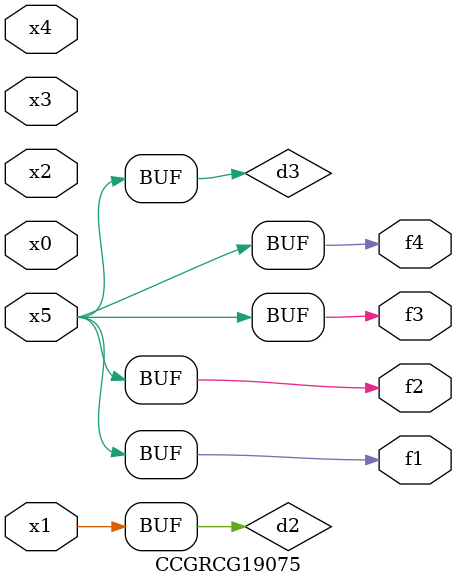
<source format=v>
module CCGRCG19075(
	input x0, x1, x2, x3, x4, x5,
	output f1, f2, f3, f4
);

	wire d1, d2, d3;

	not (d1, x5);
	or (d2, x1);
	xnor (d3, d1);
	assign f1 = d3;
	assign f2 = d3;
	assign f3 = d3;
	assign f4 = d3;
endmodule

</source>
